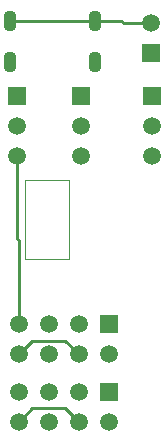
<source format=gbl>
G04*
G04 #@! TF.GenerationSoftware,Altium Limited,Altium Designer,19.0.4 (130)*
G04*
G04 Layer_Physical_Order=2*
G04 Layer_Color=16711680*
%FSLAX25Y25*%
%MOIN*%
G70*
G01*
G75*
%ADD11C,0.01000*%
%ADD13C,0.00394*%
%ADD28C,0.05906*%
%ADD29R,0.05906X0.05906*%
%ADD30O,0.04331X0.07087*%
%ADD31R,0.05906X0.05906*%
D11*
X437457Y322512D02*
X446400D01*
X446912Y322000D01*
X456000D01*
X409307Y322512D02*
Y322600D01*
X426600D02*
X426700Y322500D01*
X437457D02*
Y322512D01*
X412000Y221500D02*
Y249500D01*
X411500Y250000D02*
X412000Y249500D01*
X411500Y250000D02*
Y277500D01*
X412000Y211500D02*
X416500Y216000D01*
X427500D01*
X432000Y211500D01*
X412000Y189000D02*
X416500Y193500D01*
X427500D01*
X432000Y189000D01*
X409307Y322600D02*
X426600D01*
X426700Y322500D02*
X437457D01*
D13*
X428783Y243311D02*
Y269689D01*
X414217Y243311D02*
Y269689D01*
Y243311D02*
X428783D01*
X414217Y269689D02*
X428783D01*
D28*
X456000Y322000D02*
D03*
X442000Y211500D02*
D03*
X432000Y221500D02*
D03*
Y211500D02*
D03*
X422000Y221500D02*
D03*
Y211500D02*
D03*
X412000Y221500D02*
D03*
Y211500D02*
D03*
X442000Y189000D02*
D03*
X432000Y199000D02*
D03*
Y189000D02*
D03*
X422000Y199000D02*
D03*
Y189000D02*
D03*
X412000Y199000D02*
D03*
Y189000D02*
D03*
X456500Y287500D02*
D03*
Y277500D02*
D03*
X411500Y287500D02*
D03*
Y277500D02*
D03*
X432811Y287500D02*
D03*
Y277500D02*
D03*
D29*
X456000Y312000D02*
D03*
X456500Y297500D02*
D03*
X411500D02*
D03*
X432811D02*
D03*
D30*
X437457Y308850D02*
D03*
X409307D02*
D03*
X437457Y322512D02*
D03*
X409307D02*
D03*
D31*
X442000Y221500D02*
D03*
Y199000D02*
D03*
M02*

</source>
